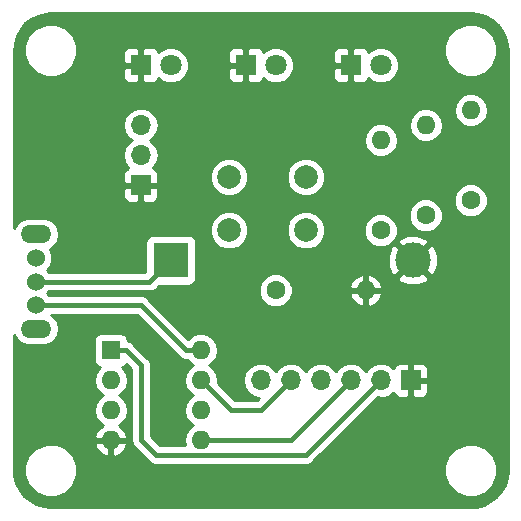
<source format=gbr>
G04 #@! TF.GenerationSoftware,KiCad,Pcbnew,5.0.0-fee4fd1~66~ubuntu18.04.1*
G04 #@! TF.CreationDate,2018-09-29T20:43:11+02:00*
G04 #@! TF.ProjectId,attinyReflexos,617474696E795265666C65786F732E6B,rev?*
G04 #@! TF.SameCoordinates,Original*
G04 #@! TF.FileFunction,Copper,L2,Bot,Signal*
G04 #@! TF.FilePolarity,Positive*
%FSLAX46Y46*%
G04 Gerber Fmt 4.6, Leading zero omitted, Abs format (unit mm)*
G04 Created by KiCad (PCBNEW 5.0.0-fee4fd1~66~ubuntu18.04.1) date Sat Sep 29 20:43:11 2018*
%MOMM*%
%LPD*%
G01*
G04 APERTURE LIST*
G04 #@! TA.AperFunction,ComponentPad*
%ADD10C,3.000000*%
G04 #@! TD*
G04 #@! TA.AperFunction,ComponentPad*
%ADD11R,3.000000X3.000000*%
G04 #@! TD*
G04 #@! TA.AperFunction,ComponentPad*
%ADD12C,1.524000*%
G04 #@! TD*
G04 #@! TA.AperFunction,ComponentPad*
%ADD13O,2.600000X1.524000*%
G04 #@! TD*
G04 #@! TA.AperFunction,ComponentPad*
%ADD14R,1.600000X1.600000*%
G04 #@! TD*
G04 #@! TA.AperFunction,ComponentPad*
%ADD15O,1.600000X1.600000*%
G04 #@! TD*
G04 #@! TA.AperFunction,ComponentPad*
%ADD16R,1.700000X1.700000*%
G04 #@! TD*
G04 #@! TA.AperFunction,ComponentPad*
%ADD17O,1.700000X1.700000*%
G04 #@! TD*
G04 #@! TA.AperFunction,ComponentPad*
%ADD18C,1.600000*%
G04 #@! TD*
G04 #@! TA.AperFunction,ComponentPad*
%ADD19C,2.000000*%
G04 #@! TD*
G04 #@! TA.AperFunction,ComponentPad*
%ADD20R,1.800000X1.800000*%
G04 #@! TD*
G04 #@! TA.AperFunction,ComponentPad*
%ADD21C,1.800000*%
G04 #@! TD*
G04 #@! TA.AperFunction,Conductor*
%ADD22C,0.400000*%
G04 #@! TD*
G04 #@! TA.AperFunction,Conductor*
%ADD23C,0.254000*%
G04 #@! TD*
G04 APERTURE END LIST*
D10*
G04 #@! TO.P,BT1,2*
G04 #@! TO.N,GND*
X169080000Y-111760000D03*
D11*
G04 #@! TO.P,BT1,1*
G04 #@! TO.N,Net-(BT1-Pad1)*
X148590000Y-111760000D03*
G04 #@! TD*
D12*
G04 #@! TO.P,SW2,1*
G04 #@! TO.N,VCC*
X137160000Y-115570000D03*
G04 #@! TO.P,SW2,2*
G04 #@! TO.N,Net-(BT1-Pad1)*
X137160000Y-113570000D03*
G04 #@! TO.P,SW2,3*
G04 #@! TO.N,N/C*
X137160000Y-111570000D03*
D13*
G04 #@! TO.P,SW2,4*
X137160000Y-117570000D03*
G04 #@! TO.P,SW2,5*
X137160000Y-109570000D03*
G04 #@! TD*
D14*
G04 #@! TO.P,U1,1*
G04 #@! TO.N,Net-(J1-Pad2)*
X143510000Y-119380000D03*
D15*
G04 #@! TO.P,U1,5*
G04 #@! TO.N,Net-(J1-Pad3)*
X151130000Y-127000000D03*
G04 #@! TO.P,U1,2*
G04 #@! TO.N,Net-(R1-Pad1)*
X143510000Y-121920000D03*
G04 #@! TO.P,U1,6*
G04 #@! TO.N,Net-(J1-Pad4)*
X151130000Y-124460000D03*
G04 #@! TO.P,U1,3*
G04 #@! TO.N,Net-(J2-Pad3)*
X143510000Y-124460000D03*
G04 #@! TO.P,U1,7*
G04 #@! TO.N,Net-(J1-Pad5)*
X151130000Y-121920000D03*
G04 #@! TO.P,U1,4*
G04 #@! TO.N,GND*
X143510000Y-127000000D03*
G04 #@! TO.P,U1,8*
G04 #@! TO.N,VCC*
X151130000Y-119380000D03*
G04 #@! TD*
D16*
G04 #@! TO.P,J1,1*
G04 #@! TO.N,GND*
X168910000Y-121920000D03*
D17*
G04 #@! TO.P,J1,2*
G04 #@! TO.N,Net-(J1-Pad2)*
X166370000Y-121920000D03*
G04 #@! TO.P,J1,3*
G04 #@! TO.N,Net-(J1-Pad3)*
X163830000Y-121920000D03*
G04 #@! TO.P,J1,4*
G04 #@! TO.N,Net-(J1-Pad4)*
X161290000Y-121920000D03*
G04 #@! TO.P,J1,5*
G04 #@! TO.N,Net-(J1-Pad5)*
X158750000Y-121920000D03*
G04 #@! TO.P,J1,6*
G04 #@! TO.N,VCC*
X156210000Y-121920000D03*
G04 #@! TD*
D16*
G04 #@! TO.P,J2,1*
G04 #@! TO.N,GND*
X146050000Y-105410000D03*
D17*
G04 #@! TO.P,J2,2*
G04 #@! TO.N,VCC*
X146050000Y-102870000D03*
G04 #@! TO.P,J2,3*
G04 #@! TO.N,Net-(J2-Pad3)*
X146050000Y-100330000D03*
G04 #@! TD*
D18*
G04 #@! TO.P,R1,1*
G04 #@! TO.N,Net-(R1-Pad1)*
X157480000Y-114300000D03*
D15*
G04 #@! TO.P,R1,2*
G04 #@! TO.N,GND*
X165100000Y-114300000D03*
G04 #@! TD*
D18*
G04 #@! TO.P,R2,1*
G04 #@! TO.N,Net-(J1-Pad3)*
X173990000Y-106680000D03*
D15*
G04 #@! TO.P,R2,2*
G04 #@! TO.N,Net-(D1-Pad2)*
X173990000Y-99060000D03*
G04 #@! TD*
D18*
G04 #@! TO.P,R3,1*
G04 #@! TO.N,Net-(J1-Pad4)*
X170180000Y-107950000D03*
D15*
G04 #@! TO.P,R3,2*
G04 #@! TO.N,Net-(D2-Pad2)*
X170180000Y-100330000D03*
G04 #@! TD*
D18*
G04 #@! TO.P,R4,1*
G04 #@! TO.N,Net-(J1-Pad5)*
X166370000Y-109220000D03*
D15*
G04 #@! TO.P,R4,2*
G04 #@! TO.N,Net-(D3-Pad2)*
X166370000Y-101600000D03*
G04 #@! TD*
D19*
G04 #@! TO.P,SW1,2*
G04 #@! TO.N,VCC*
X160020000Y-104720000D03*
G04 #@! TO.P,SW1,1*
G04 #@! TO.N,Net-(R1-Pad1)*
X160020000Y-109220000D03*
G04 #@! TO.P,SW1,2*
G04 #@! TO.N,VCC*
X153520000Y-104720000D03*
G04 #@! TO.P,SW1,1*
G04 #@! TO.N,Net-(R1-Pad1)*
X153520000Y-109220000D03*
G04 #@! TD*
D20*
G04 #@! TO.P,D1,1*
G04 #@! TO.N,GND*
X163830000Y-95250000D03*
D21*
G04 #@! TO.P,D1,2*
G04 #@! TO.N,Net-(D1-Pad2)*
X166370000Y-95250000D03*
G04 #@! TD*
D20*
G04 #@! TO.P,D2,1*
G04 #@! TO.N,GND*
X154940000Y-95250000D03*
D21*
G04 #@! TO.P,D2,2*
G04 #@! TO.N,Net-(D2-Pad2)*
X157480000Y-95250000D03*
G04 #@! TD*
D20*
G04 #@! TO.P,D3,1*
G04 #@! TO.N,GND*
X146050000Y-95250000D03*
D21*
G04 #@! TO.P,D3,2*
G04 #@! TO.N,Net-(D3-Pad2)*
X148590000Y-95250000D03*
G04 #@! TD*
D22*
G04 #@! TO.N,Net-(BT1-Pad1)*
X146780000Y-113570000D02*
X148590000Y-111760000D01*
X137160000Y-113570000D02*
X146780000Y-113570000D01*
G04 #@! TO.N,VCC*
X137160000Y-115570000D02*
X146050000Y-115570000D01*
X146050000Y-115570000D02*
X149860000Y-119380000D01*
X151130000Y-119380000D02*
X149860000Y-119380000D01*
G04 #@! TO.N,Net-(J1-Pad2)*
X144780000Y-119380000D02*
X146050000Y-120650000D01*
X146050000Y-120650000D02*
X146050000Y-127000000D01*
X146050000Y-127000000D02*
X147320000Y-128270000D01*
X147320000Y-128270000D02*
X160020000Y-128270000D01*
X160020000Y-128270000D02*
X166370000Y-121920000D01*
X144780000Y-119380000D02*
X143510000Y-119380000D01*
G04 #@! TO.N,Net-(J1-Pad3)*
X158750000Y-127000000D02*
X163830000Y-121920000D01*
X158750000Y-127000000D02*
X151130000Y-127000000D01*
G04 #@! TO.N,Net-(J1-Pad5)*
X153670000Y-124460000D02*
X156210000Y-124460000D01*
X156210000Y-124460000D02*
X158750000Y-121920000D01*
X153670000Y-124460000D02*
X151130000Y-121920000D01*
G04 #@! TD*
D23*
G04 #@! TO.N,GND*
G36*
X174617657Y-90922279D02*
X175219683Y-91110943D01*
X175771470Y-91416804D01*
X176250486Y-91827371D01*
X176637159Y-92325868D01*
X176915702Y-92891940D01*
X177076859Y-93510634D01*
X177115001Y-94006327D01*
X177115000Y-129505303D01*
X177047721Y-130167657D01*
X176859057Y-130769683D01*
X176553197Y-131321468D01*
X176142632Y-131800483D01*
X175644132Y-132187160D01*
X175078059Y-132465702D01*
X174459367Y-132626859D01*
X173963686Y-132665000D01*
X138464697Y-132665000D01*
X137802343Y-132597721D01*
X137200317Y-132409057D01*
X136648532Y-132103197D01*
X136169517Y-131692632D01*
X135782840Y-131194132D01*
X135504298Y-130628059D01*
X135343141Y-130009367D01*
X135305000Y-129513686D01*
X135305000Y-129095431D01*
X136195000Y-129095431D01*
X136195000Y-129984569D01*
X136535259Y-130806026D01*
X137163974Y-131434741D01*
X137985431Y-131775000D01*
X138874569Y-131775000D01*
X139696026Y-131434741D01*
X140324741Y-130806026D01*
X140665000Y-129984569D01*
X140665000Y-129095431D01*
X140324741Y-128273974D01*
X139696026Y-127645259D01*
X138980889Y-127349039D01*
X142118096Y-127349039D01*
X142278959Y-127737423D01*
X142654866Y-128152389D01*
X143160959Y-128391914D01*
X143383000Y-128270629D01*
X143383000Y-127127000D01*
X143637000Y-127127000D01*
X143637000Y-128270629D01*
X143859041Y-128391914D01*
X144365134Y-128152389D01*
X144741041Y-127737423D01*
X144901904Y-127349039D01*
X144779915Y-127127000D01*
X143637000Y-127127000D01*
X143383000Y-127127000D01*
X142240085Y-127127000D01*
X142118096Y-127349039D01*
X138980889Y-127349039D01*
X138874569Y-127305000D01*
X137985431Y-127305000D01*
X137163974Y-127645259D01*
X136535259Y-128273974D01*
X136195000Y-129095431D01*
X135305000Y-129095431D01*
X135305000Y-118109773D01*
X135306056Y-118115082D01*
X135614820Y-118577180D01*
X136076918Y-118885944D01*
X136484412Y-118967000D01*
X137835588Y-118967000D01*
X138243082Y-118885944D01*
X138705180Y-118577180D01*
X139013944Y-118115082D01*
X139122368Y-117570000D01*
X139013944Y-117024918D01*
X138705180Y-116562820D01*
X138468986Y-116405000D01*
X145704133Y-116405000D01*
X149211415Y-119912283D01*
X149257999Y-119982001D01*
X149534199Y-120166552D01*
X149777763Y-120215000D01*
X149860000Y-120231358D01*
X149942237Y-120215000D01*
X149962070Y-120215000D01*
X150095423Y-120414577D01*
X150447758Y-120650000D01*
X150095423Y-120885423D01*
X149778260Y-121360091D01*
X149666887Y-121920000D01*
X149778260Y-122479909D01*
X150095423Y-122954577D01*
X150447758Y-123190000D01*
X150095423Y-123425423D01*
X149778260Y-123900091D01*
X149666887Y-124460000D01*
X149778260Y-125019909D01*
X150095423Y-125494577D01*
X150447758Y-125730000D01*
X150095423Y-125965423D01*
X149778260Y-126440091D01*
X149666887Y-127000000D01*
X149753414Y-127435000D01*
X147665868Y-127435000D01*
X146885000Y-126654133D01*
X146885000Y-120732232D01*
X146901357Y-120649999D01*
X146885000Y-120567764D01*
X146885000Y-120567763D01*
X146836552Y-120324199D01*
X146652001Y-120047999D01*
X146582283Y-120001415D01*
X145428587Y-118847720D01*
X145382001Y-118777999D01*
X145105801Y-118593448D01*
X144954113Y-118563275D01*
X144908157Y-118332235D01*
X144767809Y-118122191D01*
X144557765Y-117981843D01*
X144310000Y-117932560D01*
X142710000Y-117932560D01*
X142462235Y-117981843D01*
X142252191Y-118122191D01*
X142111843Y-118332235D01*
X142062560Y-118580000D01*
X142062560Y-120180000D01*
X142111843Y-120427765D01*
X142252191Y-120637809D01*
X142462235Y-120778157D01*
X142596106Y-120804785D01*
X142475423Y-120885423D01*
X142158260Y-121360091D01*
X142046887Y-121920000D01*
X142158260Y-122479909D01*
X142475423Y-122954577D01*
X142827758Y-123190000D01*
X142475423Y-123425423D01*
X142158260Y-123900091D01*
X142046887Y-124460000D01*
X142158260Y-125019909D01*
X142475423Y-125494577D01*
X142859108Y-125750947D01*
X142654866Y-125847611D01*
X142278959Y-126262577D01*
X142118096Y-126650961D01*
X142240085Y-126873000D01*
X143383000Y-126873000D01*
X143383000Y-126853000D01*
X143637000Y-126853000D01*
X143637000Y-126873000D01*
X144779915Y-126873000D01*
X144901904Y-126650961D01*
X144741041Y-126262577D01*
X144365134Y-125847611D01*
X144160892Y-125750947D01*
X144544577Y-125494577D01*
X144861740Y-125019909D01*
X144973113Y-124460000D01*
X144861740Y-123900091D01*
X144544577Y-123425423D01*
X144192242Y-123190000D01*
X144544577Y-122954577D01*
X144861740Y-122479909D01*
X144973113Y-121920000D01*
X144861740Y-121360091D01*
X144544577Y-120885423D01*
X144423894Y-120804785D01*
X144557765Y-120778157D01*
X144767809Y-120637809D01*
X144803511Y-120584378D01*
X145215000Y-120995868D01*
X145215001Y-126917762D01*
X145198643Y-127000000D01*
X145263448Y-127325800D01*
X145263449Y-127325801D01*
X145448000Y-127602001D01*
X145517718Y-127648585D01*
X146671415Y-128802282D01*
X146717999Y-128872001D01*
X146994199Y-129056552D01*
X147237763Y-129105000D01*
X147237766Y-129105000D01*
X147319999Y-129121357D01*
X147402232Y-129105000D01*
X159937767Y-129105000D01*
X160020000Y-129121357D01*
X160102233Y-129105000D01*
X160102237Y-129105000D01*
X160150343Y-129095431D01*
X171755000Y-129095431D01*
X171755000Y-129984569D01*
X172095259Y-130806026D01*
X172723974Y-131434741D01*
X173545431Y-131775000D01*
X174434569Y-131775000D01*
X175256026Y-131434741D01*
X175884741Y-130806026D01*
X176225000Y-129984569D01*
X176225000Y-129095431D01*
X175884741Y-128273974D01*
X175256026Y-127645259D01*
X174434569Y-127305000D01*
X173545431Y-127305000D01*
X172723974Y-127645259D01*
X172095259Y-128273974D01*
X171755000Y-129095431D01*
X160150343Y-129095431D01*
X160345801Y-129056552D01*
X160622001Y-128872001D01*
X160668587Y-128802280D01*
X166092061Y-123378807D01*
X166223744Y-123405000D01*
X166516256Y-123405000D01*
X166949418Y-123318839D01*
X167440625Y-122990625D01*
X167455096Y-122968967D01*
X167521673Y-123129698D01*
X167700301Y-123308327D01*
X167933690Y-123405000D01*
X168624250Y-123405000D01*
X168783000Y-123246250D01*
X168783000Y-122047000D01*
X169037000Y-122047000D01*
X169037000Y-123246250D01*
X169195750Y-123405000D01*
X169886310Y-123405000D01*
X170119699Y-123308327D01*
X170298327Y-123129698D01*
X170395000Y-122896309D01*
X170395000Y-122205750D01*
X170236250Y-122047000D01*
X169037000Y-122047000D01*
X168783000Y-122047000D01*
X168763000Y-122047000D01*
X168763000Y-121793000D01*
X168783000Y-121793000D01*
X168783000Y-120593750D01*
X169037000Y-120593750D01*
X169037000Y-121793000D01*
X170236250Y-121793000D01*
X170395000Y-121634250D01*
X170395000Y-120943691D01*
X170298327Y-120710302D01*
X170119699Y-120531673D01*
X169886310Y-120435000D01*
X169195750Y-120435000D01*
X169037000Y-120593750D01*
X168783000Y-120593750D01*
X168624250Y-120435000D01*
X167933690Y-120435000D01*
X167700301Y-120531673D01*
X167521673Y-120710302D01*
X167455096Y-120871033D01*
X167440625Y-120849375D01*
X166949418Y-120521161D01*
X166516256Y-120435000D01*
X166223744Y-120435000D01*
X165790582Y-120521161D01*
X165299375Y-120849375D01*
X165100000Y-121147761D01*
X164900625Y-120849375D01*
X164409418Y-120521161D01*
X163976256Y-120435000D01*
X163683744Y-120435000D01*
X163250582Y-120521161D01*
X162759375Y-120849375D01*
X162560000Y-121147761D01*
X162360625Y-120849375D01*
X161869418Y-120521161D01*
X161436256Y-120435000D01*
X161143744Y-120435000D01*
X160710582Y-120521161D01*
X160219375Y-120849375D01*
X160020000Y-121147761D01*
X159820625Y-120849375D01*
X159329418Y-120521161D01*
X158896256Y-120435000D01*
X158603744Y-120435000D01*
X158170582Y-120521161D01*
X157679375Y-120849375D01*
X157480000Y-121147761D01*
X157280625Y-120849375D01*
X156789418Y-120521161D01*
X156356256Y-120435000D01*
X156063744Y-120435000D01*
X155630582Y-120521161D01*
X155139375Y-120849375D01*
X154811161Y-121340582D01*
X154695908Y-121920000D01*
X154811161Y-122499418D01*
X155139375Y-122990625D01*
X155630582Y-123318839D01*
X156063744Y-123405000D01*
X156084133Y-123405000D01*
X155864133Y-123625000D01*
X154015869Y-123625000D01*
X152546285Y-122155418D01*
X152593113Y-121920000D01*
X152481740Y-121360091D01*
X152164577Y-120885423D01*
X151812242Y-120650000D01*
X152164577Y-120414577D01*
X152481740Y-119939909D01*
X152593113Y-119380000D01*
X152481740Y-118820091D01*
X152164577Y-118345423D01*
X151689909Y-118028260D01*
X151271333Y-117945000D01*
X150988667Y-117945000D01*
X150570091Y-118028260D01*
X150095423Y-118345423D01*
X150059722Y-118398854D01*
X146698587Y-115037720D01*
X146652001Y-114967999D01*
X146375801Y-114783448D01*
X146132237Y-114735000D01*
X146132233Y-114735000D01*
X146050000Y-114718643D01*
X145967767Y-114735000D01*
X138300657Y-114735000D01*
X138135657Y-114570000D01*
X138300657Y-114405000D01*
X146697767Y-114405000D01*
X146780000Y-114421357D01*
X146862233Y-114405000D01*
X146862237Y-114405000D01*
X147105801Y-114356552D01*
X147382001Y-114172001D01*
X147428587Y-114102280D01*
X147516306Y-114014561D01*
X156045000Y-114014561D01*
X156045000Y-114585439D01*
X156263466Y-115112862D01*
X156667138Y-115516534D01*
X157194561Y-115735000D01*
X157765439Y-115735000D01*
X158292862Y-115516534D01*
X158696534Y-115112862D01*
X158888655Y-114649039D01*
X163708096Y-114649039D01*
X163868959Y-115037423D01*
X164244866Y-115452389D01*
X164750959Y-115691914D01*
X164973000Y-115570629D01*
X164973000Y-114427000D01*
X165227000Y-114427000D01*
X165227000Y-115570629D01*
X165449041Y-115691914D01*
X165955134Y-115452389D01*
X166331041Y-115037423D01*
X166491904Y-114649039D01*
X166369915Y-114427000D01*
X165227000Y-114427000D01*
X164973000Y-114427000D01*
X163830085Y-114427000D01*
X163708096Y-114649039D01*
X158888655Y-114649039D01*
X158915000Y-114585439D01*
X158915000Y-114014561D01*
X158888656Y-113950961D01*
X163708096Y-113950961D01*
X163830085Y-114173000D01*
X164973000Y-114173000D01*
X164973000Y-113029371D01*
X165227000Y-113029371D01*
X165227000Y-114173000D01*
X166369915Y-114173000D01*
X166491904Y-113950961D01*
X166331041Y-113562577D01*
X166069600Y-113273970D01*
X167745635Y-113273970D01*
X167905418Y-113592739D01*
X168696187Y-113902723D01*
X169545387Y-113886497D01*
X170254582Y-113592739D01*
X170414365Y-113273970D01*
X169080000Y-111939605D01*
X167745635Y-113273970D01*
X166069600Y-113273970D01*
X165955134Y-113147611D01*
X165449041Y-112908086D01*
X165227000Y-113029371D01*
X164973000Y-113029371D01*
X164750959Y-112908086D01*
X164244866Y-113147611D01*
X163868959Y-113562577D01*
X163708096Y-113950961D01*
X158888656Y-113950961D01*
X158696534Y-113487138D01*
X158292862Y-113083466D01*
X157765439Y-112865000D01*
X157194561Y-112865000D01*
X156667138Y-113083466D01*
X156263466Y-113487138D01*
X156045000Y-114014561D01*
X147516306Y-114014561D01*
X147623427Y-113907440D01*
X150090000Y-113907440D01*
X150337765Y-113858157D01*
X150547809Y-113717809D01*
X150688157Y-113507765D01*
X150737440Y-113260000D01*
X150737440Y-111376187D01*
X166937277Y-111376187D01*
X166953503Y-112225387D01*
X167247261Y-112934582D01*
X167566030Y-113094365D01*
X168900395Y-111760000D01*
X169259605Y-111760000D01*
X170593970Y-113094365D01*
X170912739Y-112934582D01*
X171222723Y-112143813D01*
X171206497Y-111294613D01*
X170912739Y-110585418D01*
X170593970Y-110425635D01*
X169259605Y-111760000D01*
X168900395Y-111760000D01*
X167566030Y-110425635D01*
X167247261Y-110585418D01*
X166937277Y-111376187D01*
X150737440Y-111376187D01*
X150737440Y-110260000D01*
X150688157Y-110012235D01*
X150547809Y-109802191D01*
X150337765Y-109661843D01*
X150090000Y-109612560D01*
X147090000Y-109612560D01*
X146842235Y-109661843D01*
X146632191Y-109802191D01*
X146491843Y-110012235D01*
X146442560Y-110260000D01*
X146442560Y-112726573D01*
X146434133Y-112735000D01*
X138300657Y-112735000D01*
X138135657Y-112570000D01*
X138344320Y-112361337D01*
X138557000Y-111847881D01*
X138557000Y-111292119D01*
X138357179Y-110809707D01*
X138705180Y-110577180D01*
X139013944Y-110115082D01*
X139122368Y-109570000D01*
X139013944Y-109024918D01*
X138926988Y-108894778D01*
X151885000Y-108894778D01*
X151885000Y-109545222D01*
X152133914Y-110146153D01*
X152593847Y-110606086D01*
X153194778Y-110855000D01*
X153845222Y-110855000D01*
X154446153Y-110606086D01*
X154906086Y-110146153D01*
X155155000Y-109545222D01*
X155155000Y-108894778D01*
X158385000Y-108894778D01*
X158385000Y-109545222D01*
X158633914Y-110146153D01*
X159093847Y-110606086D01*
X159694778Y-110855000D01*
X160345222Y-110855000D01*
X160946153Y-110606086D01*
X161406086Y-110146153D01*
X161655000Y-109545222D01*
X161655000Y-108934561D01*
X164935000Y-108934561D01*
X164935000Y-109505439D01*
X165153466Y-110032862D01*
X165557138Y-110436534D01*
X166084561Y-110655000D01*
X166655439Y-110655000D01*
X167182862Y-110436534D01*
X167373366Y-110246030D01*
X167745635Y-110246030D01*
X169080000Y-111580395D01*
X170414365Y-110246030D01*
X170254582Y-109927261D01*
X169463813Y-109617277D01*
X168614613Y-109633503D01*
X167905418Y-109927261D01*
X167745635Y-110246030D01*
X167373366Y-110246030D01*
X167586534Y-110032862D01*
X167805000Y-109505439D01*
X167805000Y-108934561D01*
X167586534Y-108407138D01*
X167182862Y-108003466D01*
X166655439Y-107785000D01*
X166084561Y-107785000D01*
X165557138Y-108003466D01*
X165153466Y-108407138D01*
X164935000Y-108934561D01*
X161655000Y-108934561D01*
X161655000Y-108894778D01*
X161406086Y-108293847D01*
X160946153Y-107833914D01*
X160537300Y-107664561D01*
X168745000Y-107664561D01*
X168745000Y-108235439D01*
X168963466Y-108762862D01*
X169367138Y-109166534D01*
X169894561Y-109385000D01*
X170465439Y-109385000D01*
X170992862Y-109166534D01*
X171396534Y-108762862D01*
X171615000Y-108235439D01*
X171615000Y-107664561D01*
X171396534Y-107137138D01*
X170992862Y-106733466D01*
X170465439Y-106515000D01*
X169894561Y-106515000D01*
X169367138Y-106733466D01*
X168963466Y-107137138D01*
X168745000Y-107664561D01*
X160537300Y-107664561D01*
X160345222Y-107585000D01*
X159694778Y-107585000D01*
X159093847Y-107833914D01*
X158633914Y-108293847D01*
X158385000Y-108894778D01*
X155155000Y-108894778D01*
X154906086Y-108293847D01*
X154446153Y-107833914D01*
X153845222Y-107585000D01*
X153194778Y-107585000D01*
X152593847Y-107833914D01*
X152133914Y-108293847D01*
X151885000Y-108894778D01*
X138926988Y-108894778D01*
X138705180Y-108562820D01*
X138243082Y-108254056D01*
X137835588Y-108173000D01*
X136484412Y-108173000D01*
X136076918Y-108254056D01*
X135614820Y-108562820D01*
X135306056Y-109024918D01*
X135305000Y-109030227D01*
X135305000Y-105695750D01*
X144565000Y-105695750D01*
X144565000Y-106386310D01*
X144661673Y-106619699D01*
X144840302Y-106798327D01*
X145073691Y-106895000D01*
X145764250Y-106895000D01*
X145923000Y-106736250D01*
X145923000Y-105537000D01*
X146177000Y-105537000D01*
X146177000Y-106736250D01*
X146335750Y-106895000D01*
X147026309Y-106895000D01*
X147259698Y-106798327D01*
X147438327Y-106619699D01*
X147531582Y-106394561D01*
X172555000Y-106394561D01*
X172555000Y-106965439D01*
X172773466Y-107492862D01*
X173177138Y-107896534D01*
X173704561Y-108115000D01*
X174275439Y-108115000D01*
X174802862Y-107896534D01*
X175206534Y-107492862D01*
X175425000Y-106965439D01*
X175425000Y-106394561D01*
X175206534Y-105867138D01*
X174802862Y-105463466D01*
X174275439Y-105245000D01*
X173704561Y-105245000D01*
X173177138Y-105463466D01*
X172773466Y-105867138D01*
X172555000Y-106394561D01*
X147531582Y-106394561D01*
X147535000Y-106386310D01*
X147535000Y-105695750D01*
X147376250Y-105537000D01*
X146177000Y-105537000D01*
X145923000Y-105537000D01*
X144723750Y-105537000D01*
X144565000Y-105695750D01*
X135305000Y-105695750D01*
X135305000Y-100330000D01*
X144535908Y-100330000D01*
X144651161Y-100909418D01*
X144979375Y-101400625D01*
X145277761Y-101600000D01*
X144979375Y-101799375D01*
X144651161Y-102290582D01*
X144535908Y-102870000D01*
X144651161Y-103449418D01*
X144979375Y-103940625D01*
X145001033Y-103955096D01*
X144840302Y-104021673D01*
X144661673Y-104200301D01*
X144565000Y-104433690D01*
X144565000Y-105124250D01*
X144723750Y-105283000D01*
X145923000Y-105283000D01*
X145923000Y-105263000D01*
X146177000Y-105263000D01*
X146177000Y-105283000D01*
X147376250Y-105283000D01*
X147535000Y-105124250D01*
X147535000Y-104433690D01*
X147518883Y-104394778D01*
X151885000Y-104394778D01*
X151885000Y-105045222D01*
X152133914Y-105646153D01*
X152593847Y-106106086D01*
X153194778Y-106355000D01*
X153845222Y-106355000D01*
X154446153Y-106106086D01*
X154906086Y-105646153D01*
X155155000Y-105045222D01*
X155155000Y-104394778D01*
X158385000Y-104394778D01*
X158385000Y-105045222D01*
X158633914Y-105646153D01*
X159093847Y-106106086D01*
X159694778Y-106355000D01*
X160345222Y-106355000D01*
X160946153Y-106106086D01*
X161406086Y-105646153D01*
X161655000Y-105045222D01*
X161655000Y-104394778D01*
X161406086Y-103793847D01*
X160946153Y-103333914D01*
X160345222Y-103085000D01*
X159694778Y-103085000D01*
X159093847Y-103333914D01*
X158633914Y-103793847D01*
X158385000Y-104394778D01*
X155155000Y-104394778D01*
X154906086Y-103793847D01*
X154446153Y-103333914D01*
X153845222Y-103085000D01*
X153194778Y-103085000D01*
X152593847Y-103333914D01*
X152133914Y-103793847D01*
X151885000Y-104394778D01*
X147518883Y-104394778D01*
X147438327Y-104200301D01*
X147259698Y-104021673D01*
X147098967Y-103955096D01*
X147120625Y-103940625D01*
X147448839Y-103449418D01*
X147564092Y-102870000D01*
X147448839Y-102290582D01*
X147120625Y-101799375D01*
X146822239Y-101600000D01*
X164906887Y-101600000D01*
X165018260Y-102159909D01*
X165335423Y-102634577D01*
X165810091Y-102951740D01*
X166228667Y-103035000D01*
X166511333Y-103035000D01*
X166929909Y-102951740D01*
X167404577Y-102634577D01*
X167721740Y-102159909D01*
X167833113Y-101600000D01*
X167721740Y-101040091D01*
X167404577Y-100565423D01*
X167052242Y-100330000D01*
X168716887Y-100330000D01*
X168828260Y-100889909D01*
X169145423Y-101364577D01*
X169620091Y-101681740D01*
X170038667Y-101765000D01*
X170321333Y-101765000D01*
X170739909Y-101681740D01*
X171214577Y-101364577D01*
X171531740Y-100889909D01*
X171643113Y-100330000D01*
X171531740Y-99770091D01*
X171214577Y-99295423D01*
X170862242Y-99060000D01*
X172526887Y-99060000D01*
X172638260Y-99619909D01*
X172955423Y-100094577D01*
X173430091Y-100411740D01*
X173848667Y-100495000D01*
X174131333Y-100495000D01*
X174549909Y-100411740D01*
X175024577Y-100094577D01*
X175341740Y-99619909D01*
X175453113Y-99060000D01*
X175341740Y-98500091D01*
X175024577Y-98025423D01*
X174549909Y-97708260D01*
X174131333Y-97625000D01*
X173848667Y-97625000D01*
X173430091Y-97708260D01*
X172955423Y-98025423D01*
X172638260Y-98500091D01*
X172526887Y-99060000D01*
X170862242Y-99060000D01*
X170739909Y-98978260D01*
X170321333Y-98895000D01*
X170038667Y-98895000D01*
X169620091Y-98978260D01*
X169145423Y-99295423D01*
X168828260Y-99770091D01*
X168716887Y-100330000D01*
X167052242Y-100330000D01*
X166929909Y-100248260D01*
X166511333Y-100165000D01*
X166228667Y-100165000D01*
X165810091Y-100248260D01*
X165335423Y-100565423D01*
X165018260Y-101040091D01*
X164906887Y-101600000D01*
X146822239Y-101600000D01*
X147120625Y-101400625D01*
X147448839Y-100909418D01*
X147564092Y-100330000D01*
X147448839Y-99750582D01*
X147120625Y-99259375D01*
X146629418Y-98931161D01*
X146196256Y-98845000D01*
X145903744Y-98845000D01*
X145470582Y-98931161D01*
X144979375Y-99259375D01*
X144651161Y-99750582D01*
X144535908Y-100330000D01*
X135305000Y-100330000D01*
X135305000Y-94014697D01*
X135353681Y-93535431D01*
X136195000Y-93535431D01*
X136195000Y-94424569D01*
X136535259Y-95246026D01*
X137163974Y-95874741D01*
X137985431Y-96215000D01*
X138874569Y-96215000D01*
X139696026Y-95874741D01*
X140035017Y-95535750D01*
X144515000Y-95535750D01*
X144515000Y-96276310D01*
X144611673Y-96509699D01*
X144790302Y-96688327D01*
X145023691Y-96785000D01*
X145764250Y-96785000D01*
X145923000Y-96626250D01*
X145923000Y-95377000D01*
X144673750Y-95377000D01*
X144515000Y-95535750D01*
X140035017Y-95535750D01*
X140324741Y-95246026D01*
X140665000Y-94424569D01*
X140665000Y-94223690D01*
X144515000Y-94223690D01*
X144515000Y-94964250D01*
X144673750Y-95123000D01*
X145923000Y-95123000D01*
X145923000Y-93873750D01*
X146177000Y-93873750D01*
X146177000Y-95123000D01*
X146197000Y-95123000D01*
X146197000Y-95377000D01*
X146177000Y-95377000D01*
X146177000Y-96626250D01*
X146335750Y-96785000D01*
X147076309Y-96785000D01*
X147309698Y-96688327D01*
X147488327Y-96509699D01*
X147544139Y-96374956D01*
X147720493Y-96551310D01*
X148284670Y-96785000D01*
X148895330Y-96785000D01*
X149459507Y-96551310D01*
X149891310Y-96119507D01*
X150125000Y-95555330D01*
X150125000Y-95535750D01*
X153405000Y-95535750D01*
X153405000Y-96276310D01*
X153501673Y-96509699D01*
X153680302Y-96688327D01*
X153913691Y-96785000D01*
X154654250Y-96785000D01*
X154813000Y-96626250D01*
X154813000Y-95377000D01*
X153563750Y-95377000D01*
X153405000Y-95535750D01*
X150125000Y-95535750D01*
X150125000Y-94944670D01*
X149891310Y-94380493D01*
X149734507Y-94223690D01*
X153405000Y-94223690D01*
X153405000Y-94964250D01*
X153563750Y-95123000D01*
X154813000Y-95123000D01*
X154813000Y-93873750D01*
X155067000Y-93873750D01*
X155067000Y-95123000D01*
X155087000Y-95123000D01*
X155087000Y-95377000D01*
X155067000Y-95377000D01*
X155067000Y-96626250D01*
X155225750Y-96785000D01*
X155966309Y-96785000D01*
X156199698Y-96688327D01*
X156378327Y-96509699D01*
X156434139Y-96374956D01*
X156610493Y-96551310D01*
X157174670Y-96785000D01*
X157785330Y-96785000D01*
X158349507Y-96551310D01*
X158781310Y-96119507D01*
X159015000Y-95555330D01*
X159015000Y-95535750D01*
X162295000Y-95535750D01*
X162295000Y-96276310D01*
X162391673Y-96509699D01*
X162570302Y-96688327D01*
X162803691Y-96785000D01*
X163544250Y-96785000D01*
X163703000Y-96626250D01*
X163703000Y-95377000D01*
X162453750Y-95377000D01*
X162295000Y-95535750D01*
X159015000Y-95535750D01*
X159015000Y-94944670D01*
X158781310Y-94380493D01*
X158624507Y-94223690D01*
X162295000Y-94223690D01*
X162295000Y-94964250D01*
X162453750Y-95123000D01*
X163703000Y-95123000D01*
X163703000Y-93873750D01*
X163957000Y-93873750D01*
X163957000Y-95123000D01*
X163977000Y-95123000D01*
X163977000Y-95377000D01*
X163957000Y-95377000D01*
X163957000Y-96626250D01*
X164115750Y-96785000D01*
X164856309Y-96785000D01*
X165089698Y-96688327D01*
X165268327Y-96509699D01*
X165324139Y-96374956D01*
X165500493Y-96551310D01*
X166064670Y-96785000D01*
X166675330Y-96785000D01*
X167239507Y-96551310D01*
X167671310Y-96119507D01*
X167905000Y-95555330D01*
X167905000Y-94944670D01*
X167671310Y-94380493D01*
X167239507Y-93948690D01*
X166675330Y-93715000D01*
X166064670Y-93715000D01*
X165500493Y-93948690D01*
X165324139Y-94125044D01*
X165268327Y-93990301D01*
X165089698Y-93811673D01*
X164856309Y-93715000D01*
X164115750Y-93715000D01*
X163957000Y-93873750D01*
X163703000Y-93873750D01*
X163544250Y-93715000D01*
X162803691Y-93715000D01*
X162570302Y-93811673D01*
X162391673Y-93990301D01*
X162295000Y-94223690D01*
X158624507Y-94223690D01*
X158349507Y-93948690D01*
X157785330Y-93715000D01*
X157174670Y-93715000D01*
X156610493Y-93948690D01*
X156434139Y-94125044D01*
X156378327Y-93990301D01*
X156199698Y-93811673D01*
X155966309Y-93715000D01*
X155225750Y-93715000D01*
X155067000Y-93873750D01*
X154813000Y-93873750D01*
X154654250Y-93715000D01*
X153913691Y-93715000D01*
X153680302Y-93811673D01*
X153501673Y-93990301D01*
X153405000Y-94223690D01*
X149734507Y-94223690D01*
X149459507Y-93948690D01*
X148895330Y-93715000D01*
X148284670Y-93715000D01*
X147720493Y-93948690D01*
X147544139Y-94125044D01*
X147488327Y-93990301D01*
X147309698Y-93811673D01*
X147076309Y-93715000D01*
X146335750Y-93715000D01*
X146177000Y-93873750D01*
X145923000Y-93873750D01*
X145764250Y-93715000D01*
X145023691Y-93715000D01*
X144790302Y-93811673D01*
X144611673Y-93990301D01*
X144515000Y-94223690D01*
X140665000Y-94223690D01*
X140665000Y-93535431D01*
X171755000Y-93535431D01*
X171755000Y-94424569D01*
X172095259Y-95246026D01*
X172723974Y-95874741D01*
X173545431Y-96215000D01*
X174434569Y-96215000D01*
X175256026Y-95874741D01*
X175884741Y-95246026D01*
X176225000Y-94424569D01*
X176225000Y-93535431D01*
X175884741Y-92713974D01*
X175256026Y-92085259D01*
X174434569Y-91745000D01*
X173545431Y-91745000D01*
X172723974Y-92085259D01*
X172095259Y-92713974D01*
X171755000Y-93535431D01*
X140665000Y-93535431D01*
X140324741Y-92713974D01*
X139696026Y-92085259D01*
X138874569Y-91745000D01*
X137985431Y-91745000D01*
X137163974Y-92085259D01*
X136535259Y-92713974D01*
X136195000Y-93535431D01*
X135353681Y-93535431D01*
X135372279Y-93352343D01*
X135560943Y-92750317D01*
X135866804Y-92198530D01*
X136277371Y-91719514D01*
X136775868Y-91332841D01*
X137341940Y-91054298D01*
X137960634Y-90893141D01*
X138456314Y-90855000D01*
X173955303Y-90855000D01*
X174617657Y-90922279D01*
X174617657Y-90922279D01*
G37*
X174617657Y-90922279D02*
X175219683Y-91110943D01*
X175771470Y-91416804D01*
X176250486Y-91827371D01*
X176637159Y-92325868D01*
X176915702Y-92891940D01*
X177076859Y-93510634D01*
X177115001Y-94006327D01*
X177115000Y-129505303D01*
X177047721Y-130167657D01*
X176859057Y-130769683D01*
X176553197Y-131321468D01*
X176142632Y-131800483D01*
X175644132Y-132187160D01*
X175078059Y-132465702D01*
X174459367Y-132626859D01*
X173963686Y-132665000D01*
X138464697Y-132665000D01*
X137802343Y-132597721D01*
X137200317Y-132409057D01*
X136648532Y-132103197D01*
X136169517Y-131692632D01*
X135782840Y-131194132D01*
X135504298Y-130628059D01*
X135343141Y-130009367D01*
X135305000Y-129513686D01*
X135305000Y-129095431D01*
X136195000Y-129095431D01*
X136195000Y-129984569D01*
X136535259Y-130806026D01*
X137163974Y-131434741D01*
X137985431Y-131775000D01*
X138874569Y-131775000D01*
X139696026Y-131434741D01*
X140324741Y-130806026D01*
X140665000Y-129984569D01*
X140665000Y-129095431D01*
X140324741Y-128273974D01*
X139696026Y-127645259D01*
X138980889Y-127349039D01*
X142118096Y-127349039D01*
X142278959Y-127737423D01*
X142654866Y-128152389D01*
X143160959Y-128391914D01*
X143383000Y-128270629D01*
X143383000Y-127127000D01*
X143637000Y-127127000D01*
X143637000Y-128270629D01*
X143859041Y-128391914D01*
X144365134Y-128152389D01*
X144741041Y-127737423D01*
X144901904Y-127349039D01*
X144779915Y-127127000D01*
X143637000Y-127127000D01*
X143383000Y-127127000D01*
X142240085Y-127127000D01*
X142118096Y-127349039D01*
X138980889Y-127349039D01*
X138874569Y-127305000D01*
X137985431Y-127305000D01*
X137163974Y-127645259D01*
X136535259Y-128273974D01*
X136195000Y-129095431D01*
X135305000Y-129095431D01*
X135305000Y-118109773D01*
X135306056Y-118115082D01*
X135614820Y-118577180D01*
X136076918Y-118885944D01*
X136484412Y-118967000D01*
X137835588Y-118967000D01*
X138243082Y-118885944D01*
X138705180Y-118577180D01*
X139013944Y-118115082D01*
X139122368Y-117570000D01*
X139013944Y-117024918D01*
X138705180Y-116562820D01*
X138468986Y-116405000D01*
X145704133Y-116405000D01*
X149211415Y-119912283D01*
X149257999Y-119982001D01*
X149534199Y-120166552D01*
X149777763Y-120215000D01*
X149860000Y-120231358D01*
X149942237Y-120215000D01*
X149962070Y-120215000D01*
X150095423Y-120414577D01*
X150447758Y-120650000D01*
X150095423Y-120885423D01*
X149778260Y-121360091D01*
X149666887Y-121920000D01*
X149778260Y-122479909D01*
X150095423Y-122954577D01*
X150447758Y-123190000D01*
X150095423Y-123425423D01*
X149778260Y-123900091D01*
X149666887Y-124460000D01*
X149778260Y-125019909D01*
X150095423Y-125494577D01*
X150447758Y-125730000D01*
X150095423Y-125965423D01*
X149778260Y-126440091D01*
X149666887Y-127000000D01*
X149753414Y-127435000D01*
X147665868Y-127435000D01*
X146885000Y-126654133D01*
X146885000Y-120732232D01*
X146901357Y-120649999D01*
X146885000Y-120567764D01*
X146885000Y-120567763D01*
X146836552Y-120324199D01*
X146652001Y-120047999D01*
X146582283Y-120001415D01*
X145428587Y-118847720D01*
X145382001Y-118777999D01*
X145105801Y-118593448D01*
X144954113Y-118563275D01*
X144908157Y-118332235D01*
X144767809Y-118122191D01*
X144557765Y-117981843D01*
X144310000Y-117932560D01*
X142710000Y-117932560D01*
X142462235Y-117981843D01*
X142252191Y-118122191D01*
X142111843Y-118332235D01*
X142062560Y-118580000D01*
X142062560Y-120180000D01*
X142111843Y-120427765D01*
X142252191Y-120637809D01*
X142462235Y-120778157D01*
X142596106Y-120804785D01*
X142475423Y-120885423D01*
X142158260Y-121360091D01*
X142046887Y-121920000D01*
X142158260Y-122479909D01*
X142475423Y-122954577D01*
X142827758Y-123190000D01*
X142475423Y-123425423D01*
X142158260Y-123900091D01*
X142046887Y-124460000D01*
X142158260Y-125019909D01*
X142475423Y-125494577D01*
X142859108Y-125750947D01*
X142654866Y-125847611D01*
X142278959Y-126262577D01*
X142118096Y-126650961D01*
X142240085Y-126873000D01*
X143383000Y-126873000D01*
X143383000Y-126853000D01*
X143637000Y-126853000D01*
X143637000Y-126873000D01*
X144779915Y-126873000D01*
X144901904Y-126650961D01*
X144741041Y-126262577D01*
X144365134Y-125847611D01*
X144160892Y-125750947D01*
X144544577Y-125494577D01*
X144861740Y-125019909D01*
X144973113Y-124460000D01*
X144861740Y-123900091D01*
X144544577Y-123425423D01*
X144192242Y-123190000D01*
X144544577Y-122954577D01*
X144861740Y-122479909D01*
X144973113Y-121920000D01*
X144861740Y-121360091D01*
X144544577Y-120885423D01*
X144423894Y-120804785D01*
X144557765Y-120778157D01*
X144767809Y-120637809D01*
X144803511Y-120584378D01*
X145215000Y-120995868D01*
X145215001Y-126917762D01*
X145198643Y-127000000D01*
X145263448Y-127325800D01*
X145263449Y-127325801D01*
X145448000Y-127602001D01*
X145517718Y-127648585D01*
X146671415Y-128802282D01*
X146717999Y-128872001D01*
X146994199Y-129056552D01*
X147237763Y-129105000D01*
X147237766Y-129105000D01*
X147319999Y-129121357D01*
X147402232Y-129105000D01*
X159937767Y-129105000D01*
X160020000Y-129121357D01*
X160102233Y-129105000D01*
X160102237Y-129105000D01*
X160150343Y-129095431D01*
X171755000Y-129095431D01*
X171755000Y-129984569D01*
X172095259Y-130806026D01*
X172723974Y-131434741D01*
X173545431Y-131775000D01*
X174434569Y-131775000D01*
X175256026Y-131434741D01*
X175884741Y-130806026D01*
X176225000Y-129984569D01*
X176225000Y-129095431D01*
X175884741Y-128273974D01*
X175256026Y-127645259D01*
X174434569Y-127305000D01*
X173545431Y-127305000D01*
X172723974Y-127645259D01*
X172095259Y-128273974D01*
X171755000Y-129095431D01*
X160150343Y-129095431D01*
X160345801Y-129056552D01*
X160622001Y-128872001D01*
X160668587Y-128802280D01*
X166092061Y-123378807D01*
X166223744Y-123405000D01*
X166516256Y-123405000D01*
X166949418Y-123318839D01*
X167440625Y-122990625D01*
X167455096Y-122968967D01*
X167521673Y-123129698D01*
X167700301Y-123308327D01*
X167933690Y-123405000D01*
X168624250Y-123405000D01*
X168783000Y-123246250D01*
X168783000Y-122047000D01*
X169037000Y-122047000D01*
X169037000Y-123246250D01*
X169195750Y-123405000D01*
X169886310Y-123405000D01*
X170119699Y-123308327D01*
X170298327Y-123129698D01*
X170395000Y-122896309D01*
X170395000Y-122205750D01*
X170236250Y-122047000D01*
X169037000Y-122047000D01*
X168783000Y-122047000D01*
X168763000Y-122047000D01*
X168763000Y-121793000D01*
X168783000Y-121793000D01*
X168783000Y-120593750D01*
X169037000Y-120593750D01*
X169037000Y-121793000D01*
X170236250Y-121793000D01*
X170395000Y-121634250D01*
X170395000Y-120943691D01*
X170298327Y-120710302D01*
X170119699Y-120531673D01*
X169886310Y-120435000D01*
X169195750Y-120435000D01*
X169037000Y-120593750D01*
X168783000Y-120593750D01*
X168624250Y-120435000D01*
X167933690Y-120435000D01*
X167700301Y-120531673D01*
X167521673Y-120710302D01*
X167455096Y-120871033D01*
X167440625Y-120849375D01*
X166949418Y-120521161D01*
X166516256Y-120435000D01*
X166223744Y-120435000D01*
X165790582Y-120521161D01*
X165299375Y-120849375D01*
X165100000Y-121147761D01*
X164900625Y-120849375D01*
X164409418Y-120521161D01*
X163976256Y-120435000D01*
X163683744Y-120435000D01*
X163250582Y-120521161D01*
X162759375Y-120849375D01*
X162560000Y-121147761D01*
X162360625Y-120849375D01*
X161869418Y-120521161D01*
X161436256Y-120435000D01*
X161143744Y-120435000D01*
X160710582Y-120521161D01*
X160219375Y-120849375D01*
X160020000Y-121147761D01*
X159820625Y-120849375D01*
X159329418Y-120521161D01*
X158896256Y-120435000D01*
X158603744Y-120435000D01*
X158170582Y-120521161D01*
X157679375Y-120849375D01*
X157480000Y-121147761D01*
X157280625Y-120849375D01*
X156789418Y-120521161D01*
X156356256Y-120435000D01*
X156063744Y-120435000D01*
X155630582Y-120521161D01*
X155139375Y-120849375D01*
X154811161Y-121340582D01*
X154695908Y-121920000D01*
X154811161Y-122499418D01*
X155139375Y-122990625D01*
X155630582Y-123318839D01*
X156063744Y-123405000D01*
X156084133Y-123405000D01*
X155864133Y-123625000D01*
X154015869Y-123625000D01*
X152546285Y-122155418D01*
X152593113Y-121920000D01*
X152481740Y-121360091D01*
X152164577Y-120885423D01*
X151812242Y-120650000D01*
X152164577Y-120414577D01*
X152481740Y-119939909D01*
X152593113Y-119380000D01*
X152481740Y-118820091D01*
X152164577Y-118345423D01*
X151689909Y-118028260D01*
X151271333Y-117945000D01*
X150988667Y-117945000D01*
X150570091Y-118028260D01*
X150095423Y-118345423D01*
X150059722Y-118398854D01*
X146698587Y-115037720D01*
X146652001Y-114967999D01*
X146375801Y-114783448D01*
X146132237Y-114735000D01*
X146132233Y-114735000D01*
X146050000Y-114718643D01*
X145967767Y-114735000D01*
X138300657Y-114735000D01*
X138135657Y-114570000D01*
X138300657Y-114405000D01*
X146697767Y-114405000D01*
X146780000Y-114421357D01*
X146862233Y-114405000D01*
X146862237Y-114405000D01*
X147105801Y-114356552D01*
X147382001Y-114172001D01*
X147428587Y-114102280D01*
X147516306Y-114014561D01*
X156045000Y-114014561D01*
X156045000Y-114585439D01*
X156263466Y-115112862D01*
X156667138Y-115516534D01*
X157194561Y-115735000D01*
X157765439Y-115735000D01*
X158292862Y-115516534D01*
X158696534Y-115112862D01*
X158888655Y-114649039D01*
X163708096Y-114649039D01*
X163868959Y-115037423D01*
X164244866Y-115452389D01*
X164750959Y-115691914D01*
X164973000Y-115570629D01*
X164973000Y-114427000D01*
X165227000Y-114427000D01*
X165227000Y-115570629D01*
X165449041Y-115691914D01*
X165955134Y-115452389D01*
X166331041Y-115037423D01*
X166491904Y-114649039D01*
X166369915Y-114427000D01*
X165227000Y-114427000D01*
X164973000Y-114427000D01*
X163830085Y-114427000D01*
X163708096Y-114649039D01*
X158888655Y-114649039D01*
X158915000Y-114585439D01*
X158915000Y-114014561D01*
X158888656Y-113950961D01*
X163708096Y-113950961D01*
X163830085Y-114173000D01*
X164973000Y-114173000D01*
X164973000Y-113029371D01*
X165227000Y-113029371D01*
X165227000Y-114173000D01*
X166369915Y-114173000D01*
X166491904Y-113950961D01*
X166331041Y-113562577D01*
X166069600Y-113273970D01*
X167745635Y-113273970D01*
X167905418Y-113592739D01*
X168696187Y-113902723D01*
X169545387Y-113886497D01*
X170254582Y-113592739D01*
X170414365Y-113273970D01*
X169080000Y-111939605D01*
X167745635Y-113273970D01*
X166069600Y-113273970D01*
X165955134Y-113147611D01*
X165449041Y-112908086D01*
X165227000Y-113029371D01*
X164973000Y-113029371D01*
X164750959Y-112908086D01*
X164244866Y-113147611D01*
X163868959Y-113562577D01*
X163708096Y-113950961D01*
X158888656Y-113950961D01*
X158696534Y-113487138D01*
X158292862Y-113083466D01*
X157765439Y-112865000D01*
X157194561Y-112865000D01*
X156667138Y-113083466D01*
X156263466Y-113487138D01*
X156045000Y-114014561D01*
X147516306Y-114014561D01*
X147623427Y-113907440D01*
X150090000Y-113907440D01*
X150337765Y-113858157D01*
X150547809Y-113717809D01*
X150688157Y-113507765D01*
X150737440Y-113260000D01*
X150737440Y-111376187D01*
X166937277Y-111376187D01*
X166953503Y-112225387D01*
X167247261Y-112934582D01*
X167566030Y-113094365D01*
X168900395Y-111760000D01*
X169259605Y-111760000D01*
X170593970Y-113094365D01*
X170912739Y-112934582D01*
X171222723Y-112143813D01*
X171206497Y-111294613D01*
X170912739Y-110585418D01*
X170593970Y-110425635D01*
X169259605Y-111760000D01*
X168900395Y-111760000D01*
X167566030Y-110425635D01*
X167247261Y-110585418D01*
X166937277Y-111376187D01*
X150737440Y-111376187D01*
X150737440Y-110260000D01*
X150688157Y-110012235D01*
X150547809Y-109802191D01*
X150337765Y-109661843D01*
X150090000Y-109612560D01*
X147090000Y-109612560D01*
X146842235Y-109661843D01*
X146632191Y-109802191D01*
X146491843Y-110012235D01*
X146442560Y-110260000D01*
X146442560Y-112726573D01*
X146434133Y-112735000D01*
X138300657Y-112735000D01*
X138135657Y-112570000D01*
X138344320Y-112361337D01*
X138557000Y-111847881D01*
X138557000Y-111292119D01*
X138357179Y-110809707D01*
X138705180Y-110577180D01*
X139013944Y-110115082D01*
X139122368Y-109570000D01*
X139013944Y-109024918D01*
X138926988Y-108894778D01*
X151885000Y-108894778D01*
X151885000Y-109545222D01*
X152133914Y-110146153D01*
X152593847Y-110606086D01*
X153194778Y-110855000D01*
X153845222Y-110855000D01*
X154446153Y-110606086D01*
X154906086Y-110146153D01*
X155155000Y-109545222D01*
X155155000Y-108894778D01*
X158385000Y-108894778D01*
X158385000Y-109545222D01*
X158633914Y-110146153D01*
X159093847Y-110606086D01*
X159694778Y-110855000D01*
X160345222Y-110855000D01*
X160946153Y-110606086D01*
X161406086Y-110146153D01*
X161655000Y-109545222D01*
X161655000Y-108934561D01*
X164935000Y-108934561D01*
X164935000Y-109505439D01*
X165153466Y-110032862D01*
X165557138Y-110436534D01*
X166084561Y-110655000D01*
X166655439Y-110655000D01*
X167182862Y-110436534D01*
X167373366Y-110246030D01*
X167745635Y-110246030D01*
X169080000Y-111580395D01*
X170414365Y-110246030D01*
X170254582Y-109927261D01*
X169463813Y-109617277D01*
X168614613Y-109633503D01*
X167905418Y-109927261D01*
X167745635Y-110246030D01*
X167373366Y-110246030D01*
X167586534Y-110032862D01*
X167805000Y-109505439D01*
X167805000Y-108934561D01*
X167586534Y-108407138D01*
X167182862Y-108003466D01*
X166655439Y-107785000D01*
X166084561Y-107785000D01*
X165557138Y-108003466D01*
X165153466Y-108407138D01*
X164935000Y-108934561D01*
X161655000Y-108934561D01*
X161655000Y-108894778D01*
X161406086Y-108293847D01*
X160946153Y-107833914D01*
X160537300Y-107664561D01*
X168745000Y-107664561D01*
X168745000Y-108235439D01*
X168963466Y-108762862D01*
X169367138Y-109166534D01*
X169894561Y-109385000D01*
X170465439Y-109385000D01*
X170992862Y-109166534D01*
X171396534Y-108762862D01*
X171615000Y-108235439D01*
X171615000Y-107664561D01*
X171396534Y-107137138D01*
X170992862Y-106733466D01*
X170465439Y-106515000D01*
X169894561Y-106515000D01*
X169367138Y-106733466D01*
X168963466Y-107137138D01*
X168745000Y-107664561D01*
X160537300Y-107664561D01*
X160345222Y-107585000D01*
X159694778Y-107585000D01*
X159093847Y-107833914D01*
X158633914Y-108293847D01*
X158385000Y-108894778D01*
X155155000Y-108894778D01*
X154906086Y-108293847D01*
X154446153Y-107833914D01*
X153845222Y-107585000D01*
X153194778Y-107585000D01*
X152593847Y-107833914D01*
X152133914Y-108293847D01*
X151885000Y-108894778D01*
X138926988Y-108894778D01*
X138705180Y-108562820D01*
X138243082Y-108254056D01*
X137835588Y-108173000D01*
X136484412Y-108173000D01*
X136076918Y-108254056D01*
X135614820Y-108562820D01*
X135306056Y-109024918D01*
X135305000Y-109030227D01*
X135305000Y-105695750D01*
X144565000Y-105695750D01*
X144565000Y-106386310D01*
X144661673Y-106619699D01*
X144840302Y-106798327D01*
X145073691Y-106895000D01*
X145764250Y-106895000D01*
X145923000Y-106736250D01*
X145923000Y-105537000D01*
X146177000Y-105537000D01*
X146177000Y-106736250D01*
X146335750Y-106895000D01*
X147026309Y-106895000D01*
X147259698Y-106798327D01*
X147438327Y-106619699D01*
X147531582Y-106394561D01*
X172555000Y-106394561D01*
X172555000Y-106965439D01*
X172773466Y-107492862D01*
X173177138Y-107896534D01*
X173704561Y-108115000D01*
X174275439Y-108115000D01*
X174802862Y-107896534D01*
X175206534Y-107492862D01*
X175425000Y-106965439D01*
X175425000Y-106394561D01*
X175206534Y-105867138D01*
X174802862Y-105463466D01*
X174275439Y-105245000D01*
X173704561Y-105245000D01*
X173177138Y-105463466D01*
X172773466Y-105867138D01*
X172555000Y-106394561D01*
X147531582Y-106394561D01*
X147535000Y-106386310D01*
X147535000Y-105695750D01*
X147376250Y-105537000D01*
X146177000Y-105537000D01*
X145923000Y-105537000D01*
X144723750Y-105537000D01*
X144565000Y-105695750D01*
X135305000Y-105695750D01*
X135305000Y-100330000D01*
X144535908Y-100330000D01*
X144651161Y-100909418D01*
X144979375Y-101400625D01*
X145277761Y-101600000D01*
X144979375Y-101799375D01*
X144651161Y-102290582D01*
X144535908Y-102870000D01*
X144651161Y-103449418D01*
X144979375Y-103940625D01*
X145001033Y-103955096D01*
X144840302Y-104021673D01*
X144661673Y-104200301D01*
X144565000Y-104433690D01*
X144565000Y-105124250D01*
X144723750Y-105283000D01*
X145923000Y-105283000D01*
X145923000Y-105263000D01*
X146177000Y-105263000D01*
X146177000Y-105283000D01*
X147376250Y-105283000D01*
X147535000Y-105124250D01*
X147535000Y-104433690D01*
X147518883Y-104394778D01*
X151885000Y-104394778D01*
X151885000Y-105045222D01*
X152133914Y-105646153D01*
X152593847Y-106106086D01*
X153194778Y-106355000D01*
X153845222Y-106355000D01*
X154446153Y-106106086D01*
X154906086Y-105646153D01*
X155155000Y-105045222D01*
X155155000Y-104394778D01*
X158385000Y-104394778D01*
X158385000Y-105045222D01*
X158633914Y-105646153D01*
X159093847Y-106106086D01*
X159694778Y-106355000D01*
X160345222Y-106355000D01*
X160946153Y-106106086D01*
X161406086Y-105646153D01*
X161655000Y-105045222D01*
X161655000Y-104394778D01*
X161406086Y-103793847D01*
X160946153Y-103333914D01*
X160345222Y-103085000D01*
X159694778Y-103085000D01*
X159093847Y-103333914D01*
X158633914Y-103793847D01*
X158385000Y-104394778D01*
X155155000Y-104394778D01*
X154906086Y-103793847D01*
X154446153Y-103333914D01*
X153845222Y-103085000D01*
X153194778Y-103085000D01*
X152593847Y-103333914D01*
X152133914Y-103793847D01*
X151885000Y-104394778D01*
X147518883Y-104394778D01*
X147438327Y-104200301D01*
X147259698Y-104021673D01*
X147098967Y-103955096D01*
X147120625Y-103940625D01*
X147448839Y-103449418D01*
X147564092Y-102870000D01*
X147448839Y-102290582D01*
X147120625Y-101799375D01*
X146822239Y-101600000D01*
X164906887Y-101600000D01*
X165018260Y-102159909D01*
X165335423Y-102634577D01*
X165810091Y-102951740D01*
X166228667Y-103035000D01*
X166511333Y-103035000D01*
X166929909Y-102951740D01*
X167404577Y-102634577D01*
X167721740Y-102159909D01*
X167833113Y-101600000D01*
X167721740Y-101040091D01*
X167404577Y-100565423D01*
X167052242Y-100330000D01*
X168716887Y-100330000D01*
X168828260Y-100889909D01*
X169145423Y-101364577D01*
X169620091Y-101681740D01*
X170038667Y-101765000D01*
X170321333Y-101765000D01*
X170739909Y-101681740D01*
X171214577Y-101364577D01*
X171531740Y-100889909D01*
X171643113Y-100330000D01*
X171531740Y-99770091D01*
X171214577Y-99295423D01*
X170862242Y-99060000D01*
X172526887Y-99060000D01*
X172638260Y-99619909D01*
X172955423Y-100094577D01*
X173430091Y-100411740D01*
X173848667Y-100495000D01*
X174131333Y-100495000D01*
X174549909Y-100411740D01*
X175024577Y-100094577D01*
X175341740Y-99619909D01*
X175453113Y-99060000D01*
X175341740Y-98500091D01*
X175024577Y-98025423D01*
X174549909Y-97708260D01*
X174131333Y-97625000D01*
X173848667Y-97625000D01*
X173430091Y-97708260D01*
X172955423Y-98025423D01*
X172638260Y-98500091D01*
X172526887Y-99060000D01*
X170862242Y-99060000D01*
X170739909Y-98978260D01*
X170321333Y-98895000D01*
X170038667Y-98895000D01*
X169620091Y-98978260D01*
X169145423Y-99295423D01*
X168828260Y-99770091D01*
X168716887Y-100330000D01*
X167052242Y-100330000D01*
X166929909Y-100248260D01*
X166511333Y-100165000D01*
X166228667Y-100165000D01*
X165810091Y-100248260D01*
X165335423Y-100565423D01*
X165018260Y-101040091D01*
X164906887Y-101600000D01*
X146822239Y-101600000D01*
X147120625Y-101400625D01*
X147448839Y-100909418D01*
X147564092Y-100330000D01*
X147448839Y-99750582D01*
X147120625Y-99259375D01*
X146629418Y-98931161D01*
X146196256Y-98845000D01*
X145903744Y-98845000D01*
X145470582Y-98931161D01*
X144979375Y-99259375D01*
X144651161Y-99750582D01*
X144535908Y-100330000D01*
X135305000Y-100330000D01*
X135305000Y-94014697D01*
X135353681Y-93535431D01*
X136195000Y-93535431D01*
X136195000Y-94424569D01*
X136535259Y-95246026D01*
X137163974Y-95874741D01*
X137985431Y-96215000D01*
X138874569Y-96215000D01*
X139696026Y-95874741D01*
X140035017Y-95535750D01*
X144515000Y-95535750D01*
X144515000Y-96276310D01*
X144611673Y-96509699D01*
X144790302Y-96688327D01*
X145023691Y-96785000D01*
X145764250Y-96785000D01*
X145923000Y-96626250D01*
X145923000Y-95377000D01*
X144673750Y-95377000D01*
X144515000Y-95535750D01*
X140035017Y-95535750D01*
X140324741Y-95246026D01*
X140665000Y-94424569D01*
X140665000Y-94223690D01*
X144515000Y-94223690D01*
X144515000Y-94964250D01*
X144673750Y-95123000D01*
X145923000Y-95123000D01*
X145923000Y-93873750D01*
X146177000Y-93873750D01*
X146177000Y-95123000D01*
X146197000Y-95123000D01*
X146197000Y-95377000D01*
X146177000Y-95377000D01*
X146177000Y-96626250D01*
X146335750Y-96785000D01*
X147076309Y-96785000D01*
X147309698Y-96688327D01*
X147488327Y-96509699D01*
X147544139Y-96374956D01*
X147720493Y-96551310D01*
X148284670Y-96785000D01*
X148895330Y-96785000D01*
X149459507Y-96551310D01*
X149891310Y-96119507D01*
X150125000Y-95555330D01*
X150125000Y-95535750D01*
X153405000Y-95535750D01*
X153405000Y-96276310D01*
X153501673Y-96509699D01*
X153680302Y-96688327D01*
X153913691Y-96785000D01*
X154654250Y-96785000D01*
X154813000Y-96626250D01*
X154813000Y-95377000D01*
X153563750Y-95377000D01*
X153405000Y-95535750D01*
X150125000Y-95535750D01*
X150125000Y-94944670D01*
X149891310Y-94380493D01*
X149734507Y-94223690D01*
X153405000Y-94223690D01*
X153405000Y-94964250D01*
X153563750Y-95123000D01*
X154813000Y-95123000D01*
X154813000Y-93873750D01*
X155067000Y-93873750D01*
X155067000Y-95123000D01*
X155087000Y-95123000D01*
X155087000Y-95377000D01*
X155067000Y-95377000D01*
X155067000Y-96626250D01*
X155225750Y-96785000D01*
X155966309Y-96785000D01*
X156199698Y-96688327D01*
X156378327Y-96509699D01*
X156434139Y-96374956D01*
X156610493Y-96551310D01*
X157174670Y-96785000D01*
X157785330Y-96785000D01*
X158349507Y-96551310D01*
X158781310Y-96119507D01*
X159015000Y-95555330D01*
X159015000Y-95535750D01*
X162295000Y-95535750D01*
X162295000Y-96276310D01*
X162391673Y-96509699D01*
X162570302Y-96688327D01*
X162803691Y-96785000D01*
X163544250Y-96785000D01*
X163703000Y-96626250D01*
X163703000Y-95377000D01*
X162453750Y-95377000D01*
X162295000Y-95535750D01*
X159015000Y-95535750D01*
X159015000Y-94944670D01*
X158781310Y-94380493D01*
X158624507Y-94223690D01*
X162295000Y-94223690D01*
X162295000Y-94964250D01*
X162453750Y-95123000D01*
X163703000Y-95123000D01*
X163703000Y-93873750D01*
X163957000Y-93873750D01*
X163957000Y-95123000D01*
X163977000Y-95123000D01*
X163977000Y-95377000D01*
X163957000Y-95377000D01*
X163957000Y-96626250D01*
X164115750Y-96785000D01*
X164856309Y-96785000D01*
X165089698Y-96688327D01*
X165268327Y-96509699D01*
X165324139Y-96374956D01*
X165500493Y-96551310D01*
X166064670Y-96785000D01*
X166675330Y-96785000D01*
X167239507Y-96551310D01*
X167671310Y-96119507D01*
X167905000Y-95555330D01*
X167905000Y-94944670D01*
X167671310Y-94380493D01*
X167239507Y-93948690D01*
X166675330Y-93715000D01*
X166064670Y-93715000D01*
X165500493Y-93948690D01*
X165324139Y-94125044D01*
X165268327Y-93990301D01*
X165089698Y-93811673D01*
X164856309Y-93715000D01*
X164115750Y-93715000D01*
X163957000Y-93873750D01*
X163703000Y-93873750D01*
X163544250Y-93715000D01*
X162803691Y-93715000D01*
X162570302Y-93811673D01*
X162391673Y-93990301D01*
X162295000Y-94223690D01*
X158624507Y-94223690D01*
X158349507Y-93948690D01*
X157785330Y-93715000D01*
X157174670Y-93715000D01*
X156610493Y-93948690D01*
X156434139Y-94125044D01*
X156378327Y-93990301D01*
X156199698Y-93811673D01*
X155966309Y-93715000D01*
X155225750Y-93715000D01*
X155067000Y-93873750D01*
X154813000Y-93873750D01*
X154654250Y-93715000D01*
X153913691Y-93715000D01*
X153680302Y-93811673D01*
X153501673Y-93990301D01*
X153405000Y-94223690D01*
X149734507Y-94223690D01*
X149459507Y-93948690D01*
X148895330Y-93715000D01*
X148284670Y-93715000D01*
X147720493Y-93948690D01*
X147544139Y-94125044D01*
X147488327Y-93990301D01*
X147309698Y-93811673D01*
X147076309Y-93715000D01*
X146335750Y-93715000D01*
X146177000Y-93873750D01*
X145923000Y-93873750D01*
X145764250Y-93715000D01*
X145023691Y-93715000D01*
X144790302Y-93811673D01*
X144611673Y-93990301D01*
X144515000Y-94223690D01*
X140665000Y-94223690D01*
X140665000Y-93535431D01*
X171755000Y-93535431D01*
X171755000Y-94424569D01*
X172095259Y-95246026D01*
X172723974Y-95874741D01*
X173545431Y-96215000D01*
X174434569Y-96215000D01*
X175256026Y-95874741D01*
X175884741Y-95246026D01*
X176225000Y-94424569D01*
X176225000Y-93535431D01*
X175884741Y-92713974D01*
X175256026Y-92085259D01*
X174434569Y-91745000D01*
X173545431Y-91745000D01*
X172723974Y-92085259D01*
X172095259Y-92713974D01*
X171755000Y-93535431D01*
X140665000Y-93535431D01*
X140324741Y-92713974D01*
X139696026Y-92085259D01*
X138874569Y-91745000D01*
X137985431Y-91745000D01*
X137163974Y-92085259D01*
X136535259Y-92713974D01*
X136195000Y-93535431D01*
X135353681Y-93535431D01*
X135372279Y-93352343D01*
X135560943Y-92750317D01*
X135866804Y-92198530D01*
X136277371Y-91719514D01*
X136775868Y-91332841D01*
X137341940Y-91054298D01*
X137960634Y-90893141D01*
X138456314Y-90855000D01*
X173955303Y-90855000D01*
X174617657Y-90922279D01*
G04 #@! TD*
M02*

</source>
